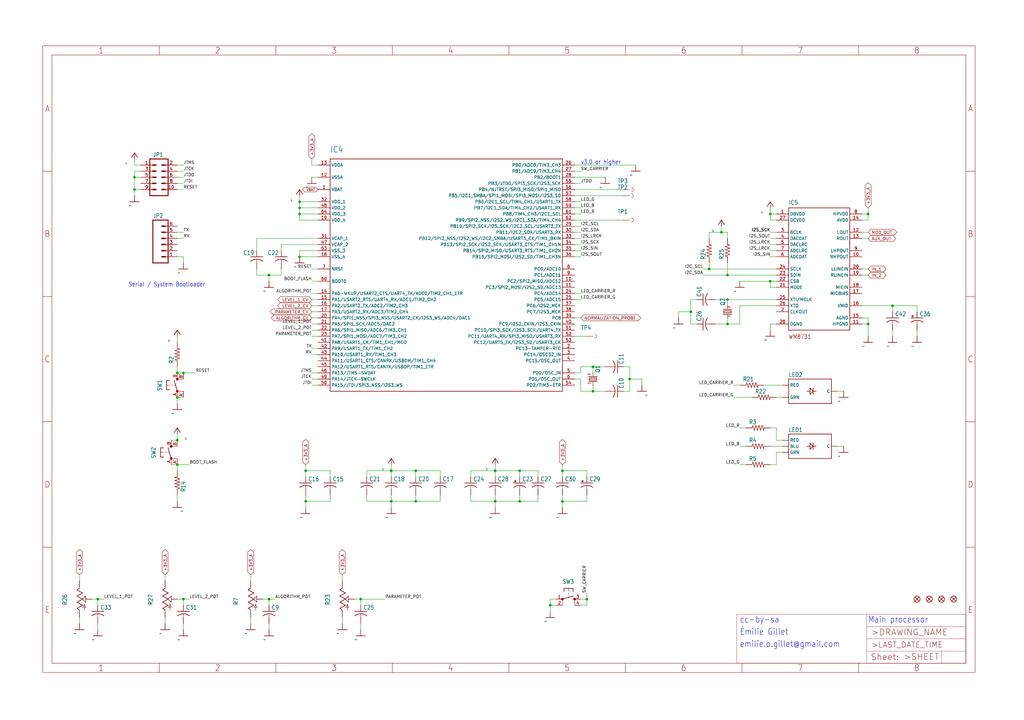
<source format=kicad_sch>
(kicad_sch (version 20211123) (generator eeschema)
  (paper "User" 425.45 299.161)
  (junction (at 360.68 88.9))
  (junction (at 287.02 129.54))
  (junction (at 360.68 134.62))
  (junction (at 243.84 248.92))
  (junction (at 76.2 248.92))
  (junction (at 370.84 127))
  (junction (at 233.68 208.28))
  (junction (at 302.26 124.46))
  (junction (at 302.26 134.62))
  (junction (at 162.56 208.28))
  (junction (at 215.9 208.28))
  (junction (at 320.04 116.84))
  (junction (at 205.74 195.58))
  (junction (at 233.68 195.58))
  (junction (at 124.46 106.68))
  (junction (at 162.56 195.58))
  (junction (at 73.66 154.94))
  (junction (at 149.86 248.92))
  (junction (at 124.46 83.82))
  (junction (at 111.76 248.92))
  (junction (at 246.38 162.56))
  (junction (at 261.62 157.48))
  (junction (at 205.74 208.28))
  (junction (at 172.72 195.58))
  (junction (at 215.9 195.58))
  (junction (at 73.66 165.1))
  (junction (at 111.76 114.3))
  (junction (at 124.46 88.9))
  (junction (at 124.46 86.36))
  (junction (at 73.66 182.88))
  (junction (at 299.72 96.52))
  (junction (at 55.88 78.74))
  (junction (at 294.64 111.76))
  (junction (at 127 195.58))
  (junction (at 55.88 73.66))
  (junction (at 40.64 248.92))
  (junction (at 73.66 193.04))
  (junction (at 76.2 154.94))
  (junction (at 172.72 208.28))
  (junction (at 127 208.28))
  (junction (at 320.04 88.9))
  (junction (at 246.38 152.4))
  (junction (at 228.6 251.46))
  (junction (at 302.26 114.3))
  (wire (pts (xy 73.66 165.1) (xy 73.66 167.64)))
  (wire (pts (xy 238.76 104.14) (xy 241.3 104.14)))
  (wire (pts (xy 299.72 96.52) (xy 299.72 93.98)))
  (wire (pts (xy 195.58 208.28) (xy 205.74 208.28)))
  (wire (pts (xy 238.76 139.7) (xy 243.84 139.7)))
  (wire (pts (xy 360.68 132.08) (xy 360.68 134.62)))
  (wire (pts (xy 58.42 68.58) (xy 55.88 68.58)))
  (wire (pts (xy 320.04 99.06) (xy 322.58 99.06)))
  (wire (pts (xy 76.2 259.08) (xy 76.2 261.62)))
  (wire (pts (xy 127 195.58) (xy 137.16 195.58)))
  (wire (pts (xy 241.3 157.48) (xy 238.76 157.48)))
  (wire (pts (xy 182.88 195.58) (xy 182.88 198.12)))
  (wire (pts (xy 137.16 195.58) (xy 137.16 198.12)))
  (wire (pts (xy 292.1 111.76) (xy 294.64 111.76)))
  (wire (pts (xy 162.56 198.12) (xy 162.56 195.58)))
  (wire (pts (xy 132.08 106.68) (xy 124.46 106.68)))
  (wire (pts (xy 124.46 88.9) (xy 124.46 91.44)))
  (wire (pts (xy 238.76 106.68) (xy 241.3 106.68)))
  (wire (pts (xy 360.68 91.44) (xy 360.68 88.9)))
  (wire (pts (xy 205.74 208.28) (xy 215.9 208.28)))
  (wire (pts (xy 243.84 208.28) (xy 243.84 205.74)))
  (wire (pts (xy 381 137.16) (xy 381 139.7)))
  (wire (pts (xy 370.84 127) (xy 370.84 129.54)))
  (wire (pts (xy 73.66 76.2) (xy 76.2 76.2)))
  (wire (pts (xy 358.14 114.3) (xy 360.68 114.3)))
  (wire (pts (xy 132.08 116.84) (xy 129.54 116.84)))
  (wire (pts (xy 233.68 195.58) (xy 233.68 193.04)))
  (wire (pts (xy 116.84 101.6) (xy 132.08 101.6)))
  (wire (pts (xy 358.14 88.9) (xy 360.68 88.9)))
  (wire (pts (xy 261.62 157.48) (xy 266.7 157.48)))
  (wire (pts (xy 320.04 91.44) (xy 320.04 88.9)))
  (wire (pts (xy 370.84 127) (xy 381 127)))
  (wire (pts (xy 172.72 195.58) (xy 172.72 198.12)))
  (wire (pts (xy 215.9 208.28) (xy 215.9 205.74)))
  (wire (pts (xy 73.66 139.7) (xy 73.66 142.24)))
  (wire (pts (xy 322.58 165.1) (xy 325.12 165.1)))
  (wire (pts (xy 71.12 193.04) (xy 73.66 193.04)))
  (wire (pts (xy 287.02 129.54) (xy 281.94 129.54)))
  (wire (pts (xy 238.76 71.12) (xy 241.3 71.12)))
  (wire (pts (xy 241.3 251.46) (xy 243.84 251.46)))
  (wire (pts (xy 233.68 195.58) (xy 243.84 195.58)))
  (wire (pts (xy 238.76 99.06) (xy 241.3 99.06)))
  (wire (pts (xy 55.88 68.58) (xy 55.88 66.04)))
  (wire (pts (xy 106.68 114.3) (xy 111.76 114.3)))
  (wire (pts (xy 132.08 73.66) (xy 129.54 73.66)))
  (wire (pts (xy 325.12 185.42) (xy 320.04 185.42)))
  (wire (pts (xy 124.46 86.36) (xy 124.46 88.9)))
  (wire (pts (xy 238.76 86.36) (xy 241.3 86.36)))
  (wire (pts (xy 266.7 157.48) (xy 266.7 160.02)))
  (wire (pts (xy 73.66 195.58) (xy 73.66 193.04)))
  (wire (pts (xy 309.88 185.42) (xy 307.34 185.42)))
  (wire (pts (xy 320.04 88.9) (xy 320.04 86.36)))
  (wire (pts (xy 287.02 124.46) (xy 287.02 129.54)))
  (wire (pts (xy 111.76 116.84) (xy 111.76 114.3)))
  (wire (pts (xy 124.46 88.9) (xy 132.08 88.9)))
  (wire (pts (xy 223.52 195.58) (xy 223.52 198.12)))
  (wire (pts (xy 238.76 73.66) (xy 251.46 73.66)))
  (wire (pts (xy 162.56 208.28) (xy 172.72 208.28)))
  (wire (pts (xy 73.66 96.52) (xy 76.2 96.52)))
  (wire (pts (xy 238.76 81.28) (xy 259.08 81.28)))
  (wire (pts (xy 124.46 91.44) (xy 132.08 91.44)))
  (wire (pts (xy 215.9 195.58) (xy 223.52 195.58)))
  (wire (pts (xy 111.76 251.46) (xy 111.76 248.92)))
  (wire (pts (xy 287.02 134.62) (xy 289.56 134.62)))
  (wire (pts (xy 132.08 111.76) (xy 129.54 111.76)))
  (wire (pts (xy 287.02 129.54) (xy 287.02 134.62)))
  (wire (pts (xy 307.34 127) (xy 322.58 127)))
  (wire (pts (xy 205.74 195.58) (xy 205.74 198.12)))
  (wire (pts (xy 228.6 248.92) (xy 228.6 251.46)))
  (wire (pts (xy 320.04 104.14) (xy 322.58 104.14)))
  (wire (pts (xy 73.66 71.12) (xy 76.2 71.12)))
  (wire (pts (xy 302.26 109.22) (xy 302.26 114.3)))
  (wire (pts (xy 307.34 134.62) (xy 307.34 127)))
  (wire (pts (xy 322.58 187.96) (xy 322.58 193.04)))
  (wire (pts (xy 132.08 104.14) (xy 124.46 104.14)))
  (wire (pts (xy 322.58 134.62) (xy 320.04 134.62)))
  (wire (pts (xy 261.62 152.4) (xy 261.62 157.48)))
  (wire (pts (xy 302.26 124.46) (xy 302.26 127)))
  (wire (pts (xy 307.34 160.02) (xy 304.8 160.02)))
  (wire (pts (xy 195.58 198.12) (xy 195.58 195.58)))
  (wire (pts (xy 40.64 259.08) (xy 40.64 261.62)))
  (wire (pts (xy 281.94 129.54) (xy 281.94 132.08)))
  (wire (pts (xy 162.56 205.74) (xy 162.56 208.28)))
  (wire (pts (xy 73.66 193.04) (xy 78.74 193.04)))
  (wire (pts (xy 261.62 157.48) (xy 261.62 162.56)))
  (wire (pts (xy 294.64 99.06) (xy 294.64 96.52)))
  (wire (pts (xy 238.76 101.6) (xy 241.3 101.6)))
  (wire (pts (xy 294.64 111.76) (xy 322.58 111.76)))
  (wire (pts (xy 76.2 106.68) (xy 76.2 109.22)))
  (wire (pts (xy 152.4 198.12) (xy 152.4 195.58)))
  (wire (pts (xy 132.08 83.82) (xy 124.46 83.82)))
  (wire (pts (xy 195.58 195.58) (xy 205.74 195.58)))
  (wire (pts (xy 299.72 96.52) (xy 294.64 96.52)))
  (wire (pts (xy 33.02 256.54) (xy 33.02 259.08)))
  (wire (pts (xy 320.04 119.38) (xy 322.58 119.38)))
  (wire (pts (xy 40.64 248.92) (xy 43.18 248.92)))
  (wire (pts (xy 162.56 210.82) (xy 162.56 208.28)))
  (wire (pts (xy 317.5 160.02) (xy 325.12 160.02)))
  (wire (pts (xy 55.88 71.12) (xy 55.88 73.66)))
  (wire (pts (xy 241.3 162.56) (xy 241.3 157.48)))
  (wire (pts (xy 73.66 106.68) (xy 76.2 106.68)))
  (wire (pts (xy 215.9 195.58) (xy 215.9 198.12)))
  (wire (pts (xy 302.26 96.52) (xy 299.72 96.52)))
  (wire (pts (xy 71.12 182.88) (xy 73.66 182.88)))
  (wire (pts (xy 320.04 116.84) (xy 320.04 119.38)))
  (wire (pts (xy 312.42 165.1) (xy 304.8 165.1)))
  (wire (pts (xy 347.98 162.56) (xy 350.52 162.56)))
  (wire (pts (xy 309.88 177.8) (xy 307.34 177.8)))
  (wire (pts (xy 238.76 96.52) (xy 241.3 96.52)))
  (wire (pts (xy 322.58 193.04) (xy 320.04 193.04)))
  (wire (pts (xy 33.02 241.3) (xy 33.02 238.76)))
  (wire (pts (xy 182.88 208.28) (xy 182.88 205.74)))
  (wire (pts (xy 127 208.28) (xy 127 210.82)))
  (wire (pts (xy 238.76 124.46) (xy 241.3 124.46)))
  (wire (pts (xy 106.68 111.76) (xy 106.68 114.3)))
  (wire (pts (xy 142.24 256.54) (xy 142.24 259.08)))
  (wire (pts (xy 109.22 248.92) (xy 111.76 248.92)))
  (wire (pts (xy 124.46 83.82) (xy 124.46 81.28)))
  (wire (pts (xy 215.9 208.28) (xy 223.52 208.28)))
  (wire (pts (xy 358.14 99.06) (xy 360.68 99.06)))
  (wire (pts (xy 325.12 182.88) (xy 322.58 182.88)))
  (wire (pts (xy 243.84 248.92) (xy 243.84 246.38)))
  (wire (pts (xy 132.08 144.78) (xy 129.54 144.78)))
  (wire (pts (xy 358.14 127) (xy 370.84 127)))
  (wire (pts (xy 116.84 104.14) (xy 116.84 101.6)))
  (wire (pts (xy 302.26 134.62) (xy 307.34 134.62)))
  (wire (pts (xy 68.58 256.54) (xy 68.58 259.08)))
  (wire (pts (xy 228.6 251.46) (xy 228.6 254)))
  (wire (pts (xy 302.26 114.3) (xy 292.1 114.3)))
  (wire (pts (xy 76.2 154.94) (xy 81.28 154.94)))
  (wire (pts (xy 233.68 208.28) (xy 233.68 210.82)))
  (wire (pts (xy 172.72 208.28) (xy 182.88 208.28)))
  (wire (pts (xy 129.54 68.58) (xy 129.54 66.04)))
  (wire (pts (xy 322.58 91.44) (xy 320.04 91.44)))
  (wire (pts (xy 302.26 124.46) (xy 322.58 124.46)))
  (wire (pts (xy 129.54 129.54) (xy 132.08 129.54)))
  (wire (pts (xy 129.54 127) (xy 132.08 127)))
  (wire (pts (xy 124.46 86.36) (xy 132.08 86.36)))
  (wire (pts (xy 205.74 193.04) (xy 205.74 195.58)))
  (wire (pts (xy 238.76 91.44) (xy 259.08 91.44)))
  (wire (pts (xy 358.14 132.08) (xy 360.68 132.08)))
  (wire (pts (xy 195.58 205.74) (xy 195.58 208.28)))
  (wire (pts (xy 149.86 251.46) (xy 149.86 248.92)))
  (wire (pts (xy 132.08 147.32) (xy 129.54 147.32)))
  (wire (pts (xy 129.54 134.62) (xy 132.08 134.62)))
  (wire (pts (xy 111.76 114.3) (xy 116.84 114.3)))
  (wire (pts (xy 322.58 116.84) (xy 320.04 116.84)))
  (wire (pts (xy 127 205.74) (xy 127 208.28)))
  (wire (pts (xy 370.84 137.16) (xy 370.84 139.7)))
  (wire (pts (xy 347.98 185.42) (xy 350.52 185.42)))
  (wire (pts (xy 132.08 157.48) (xy 129.54 157.48)))
  (wire (pts (xy 238.76 121.92) (xy 241.3 121.92)))
  (wire (pts (xy 55.88 78.74) (xy 55.88 81.28)))
  (wire (pts (xy 241.3 154.94) (xy 241.3 152.4)))
  (wire (pts (xy 233.68 205.74) (xy 233.68 208.28)))
  (wire (pts (xy 149.86 248.92) (xy 160.02 248.92)))
  (wire (pts (xy 322.58 177.8) (xy 320.04 177.8)))
  (wire (pts (xy 294.64 109.22) (xy 294.64 111.76)))
  (wire (pts (xy 320.04 106.68) (xy 322.58 106.68)))
  (wire (pts (xy 162.56 195.58) (xy 162.56 193.04)))
  (wire (pts (xy 132.08 154.94) (xy 129.54 154.94)))
  (wire (pts (xy 205.74 208.28) (xy 205.74 210.82)))
  (wire (pts (xy 73.66 205.74) (xy 73.66 208.28)))
  (wire (pts (xy 116.84 111.76) (xy 116.84 114.3)))
  (wire (pts (xy 73.66 180.34) (xy 73.66 182.88)))
  (wire (pts (xy 246.38 162.56) (xy 246.38 160.02)))
  (wire (pts (xy 111.76 259.08) (xy 111.76 261.62)))
  (wire (pts (xy 172.72 195.58) (xy 182.88 195.58)))
  (wire (pts (xy 73.66 99.06) (xy 76.2 99.06)))
  (wire (pts (xy 129.54 132.08) (xy 132.08 132.08)))
  (wire (pts (xy 231.14 251.46) (xy 228.6 251.46)))
  (wire (pts (xy 246.38 162.56) (xy 241.3 162.56)))
  (wire (pts (xy 147.32 248.92) (xy 149.86 248.92)))
  (wire (pts (xy 73.66 248.92) (xy 76.2 248.92)))
  (wire (pts (xy 162.56 195.58) (xy 172.72 195.58)))
  (wire (pts (xy 238.76 83.82) (xy 241.3 83.82)))
  (wire (pts (xy 106.68 104.14) (xy 106.68 99.06)))
  (wire (pts (xy 58.42 73.66) (xy 55.88 73.66)))
  (wire (pts (xy 322.58 114.3) (xy 302.26 114.3)))
  (wire (pts (xy 152.4 208.28) (xy 162.56 208.28)))
  (wire (pts (xy 241.3 152.4) (xy 246.38 152.4)))
  (wire (pts (xy 104.14 241.3) (xy 104.14 238.76)))
  (wire (pts (xy 58.42 78.74) (xy 55.88 78.74)))
  (wire (pts (xy 137.16 208.28) (xy 137.16 205.74)))
  (wire (pts (xy 127 195.58) (xy 127 198.12)))
  (wire (pts (xy 132.08 160.02) (xy 129.54 160.02)))
  (wire (pts (xy 358.14 111.76) (xy 360.68 111.76)))
  (wire (pts (xy 233.68 208.28) (xy 243.84 208.28)))
  (wire (pts (xy 124.46 104.14) (xy 124.46 106.68)))
  (wire (pts (xy 251.46 162.56) (xy 246.38 162.56)))
  (wire (pts (xy 297.18 124.46) (xy 302.26 124.46)))
  (wire (pts (xy 289.56 124.46) (xy 287.02 124.46)))
  (wire (pts (xy 358.14 91.44) (xy 360.68 91.44)))
  (wire (pts (xy 259.08 152.4) (xy 261.62 152.4)))
  (wire (pts (xy 58.42 71.12) (xy 55.88 71.12)))
  (wire (pts (xy 40.64 251.46) (xy 40.64 248.92)))
  (wire (pts (xy 322.58 88.9) (xy 320.04 88.9)))
  (wire (pts (xy 55.88 73.66) (xy 55.88 78.74)))
  (wire (pts (xy 38.1 248.92) (xy 40.64 248.92)))
  (wire (pts (xy 360.68 88.9) (xy 360.68 86.36)))
  (wire (pts (xy 320.04 134.62) (xy 320.04 137.16)))
  (wire (pts (xy 325.12 187.96) (xy 322.58 187.96)))
  (wire (pts (xy 231.14 248.92) (xy 228.6 248.92)))
  (wire (pts (xy 302.26 99.06) (xy 302.26 96.52)))
  (wire (pts (xy 223.52 208.28) (xy 223.52 205.74)))
  (wire (pts (xy 261.62 162.56) (xy 259.08 162.56)))
  (wire (pts (xy 243.84 195.58) (xy 243.84 198.12)))
  (wire (pts (xy 238.76 132.08) (xy 241.3 132.08)))
  (wire (pts (xy 322.58 96.52) (xy 320.04 96.52)))
  (wire (pts (xy 111.76 248.92) (xy 114.3 248.92)))
  (wire (pts (xy 251.46 152.4) (xy 246.38 152.4)))
  (wire (pts (xy 238.76 76.2) (xy 241.3 76.2)))
  (wire (pts (xy 149.86 259.08) (xy 149.86 261.62)))
  (wire (pts (xy 205.74 205.74) (xy 205.74 208.28)))
  (wire (pts (xy 238.76 154.94) (xy 241.3 154.94)))
  (wire (pts (xy 76.2 251.46) (xy 76.2 248.92)))
  (wire (pts (xy 205.74 195.58) (xy 215.9 195.58)))
  (wire (pts (xy 73.66 78.74) (xy 76.2 78.74)))
  (wire (pts (xy 104.14 256.54) (xy 104.14 259.08)))
  (wire (pts (xy 320.04 101.6) (xy 322.58 101.6)))
  (wire (pts (xy 152.4 195.58) (xy 162.56 195.58)))
  (wire (pts (xy 297.18 134.62) (xy 302.26 134.62)))
  (wire (pts (xy 129.54 121.92) (xy 132.08 121.92)))
  (wire (pts (xy 73.66 68.58) (xy 76.2 68.58)))
  (wire (pts (xy 302.26 134.62) (xy 302.26 132.08)))
  (wire (pts (xy 127 193.04) (xy 127 195.58)))
  (wire (pts (xy 238.76 88.9) (xy 241.3 88.9)))
  (wire (pts (xy 246.38 152.4) (xy 246.38 154.94)))
  (wire (pts (xy 309.88 193.04) (xy 307.34 193.04)))
  (wire (pts (xy 73.66 154.94) (xy 76.2 154.94)))
  (wire (pts (xy 243.84 251.46) (xy 243.84 248.92)))
  (wire (pts (xy 68.58 241.3) (xy 68.58 238.76)))
  (wire (pts (xy 320.04 116.84) (xy 307.34 116.84)))
  (wire (pts (xy 132.08 124.46) (xy 129.54 124.46)))
  (wire (pts (xy 132.08 139.7) (xy 129.54 139.7)))
  (wire (pts (xy 73.66 165.1) (xy 76.2 165.1)))
  (wire (pts (xy 358.14 134.62) (xy 360.68 134.62)))
  (wire (pts (xy 360.68 134.62) (xy 360.68 139.7)))
  (wire (pts (xy 233.68 198.12) (xy 233.68 195.58)))
  (wire (pts (xy 238.76 93.98) (xy 241.3 93.98)))
  (wire (pts (xy 322.58 182.88) (xy 322.58 177.8)))
  (wire (pts (xy 129.54 137.16) (xy 132.08 137.16)))
  (wire (pts (xy 132.08 68.58) (xy 129.54 68.58)))
  (wire (pts (xy 73.66 73.66) (xy 76.2 73.66)))
  (wire (pts (xy 241.3 248.92) (xy 243.84 248.92)))
  (wire (pts (xy 172.72 208.28) (xy 172.72 205.74)))
  (wire (pts (xy 142.24 241.3) (xy 142.24 238.76)))
  (wire (pts (xy 124.46 83.82) (xy 124.46 86.36)))
  (wire (pts (xy 73.66 152.4) (xy 73.66 154.94)))
  (wire (pts (xy 76.2 248.92) (xy 78.74 248.92)))
  (wire (pts (xy 381 127) (xy 381 129.54)))
  (wire (pts (xy 106.68 99.06) (xy 132.08 99.06)))
  (wire (pts (xy 127 208.28) (xy 137.16 208.28)))
  (wire (pts (xy 152.4 205.74) (xy 152.4 208.28)))
  (wire (pts (xy 238.76 68.58) (xy 264.16 68.58)))
  (wire (pts (xy 238.76 78.74) (xy 259.08 78.74)))
  (wire (pts (xy 358.14 96.52) (xy 360.68 96.52)))
  (text "v3.0 or higher" (at 241.3 68.58 180) (effects (font (size 1.778 1.5113)) (justify left bottom)))
  (text "Serial / System Bootloader" (at 53.34 119.38 180) (effects (font (size 1.778 1.5113)) (justify left bottom)))
  (text "Main processor" (at 360.68 259.08 180) (effects (font (size 2.54 2.159)) (justify left bottom)))
  (text "Émilie Gillet" (at 307.34 264.16 180) (effects (font (size 2.54 2.159)) (justify left bottom)))
  (text "emilie.o.gillet@gmail.com" (at 307.34 269.24 180) (effects (font (size 2.54 2.159)) (justify left bottom)))
  (text "cc-by-sa" (at 307.34 259.08 180) (effects (font (size 2.54 2.159)) (justify left bottom)))
  (label "I2C_SDA" (at 292.1 114.3 180) (effects (font (size 1.2446 1.2446))))
  (label "SW_CARRIER" (at 241.3 71.12 0) (effects (font (size 1.2446 1.2446))))
  (label "LED_CARRIER_G" (at 304.8 165.1 180) (effects (font (size 1.2446 1.2446))))
  (label "RX" (at 129.54 147.32 180) (effects (font (size 1.2446 1.2446))))
  (label "JTMS" (at 76.2 68.58 0) (effects (font (size 1.2446 1.2446))))
  (label "LEVEL_1_POT" (at 43.18 248.92 0) (effects (font (size 1.2446 1.2446))))
  (label "LEVEL_2_POT" (at 78.74 248.92 0) (effects (font (size 1.2446 1.2446))))
  (label "JTDO" (at 76.2 73.66 0) (effects (font (size 1.2446 1.2446))))
  (label "LED_CARRIER_R" (at 241.3 121.92 0) (effects (font (size 1.2446 1.2446))))
  (label "LED_R" (at 307.34 177.8 180) (effects (font (size 1.2446 1.2446))))
  (label "LED_B" (at 307.34 185.42 180) (effects (font (size 1.2446 1.2446))))
  (label "LEVEL_2_POT" (at 129.54 137.16 180) (effects (font (size 1.2446 1.2446))))
  (label "ALGORITHM_POT" (at 129.54 121.92 180) (effects (font (size 1.2446 1.2446))))
  (label "I2S_SIN" (at 241.3 104.14 0) (effects (font (size 1.2446 1.2446))))
  (label "I2S_LRCK" (at 320.04 101.6 180) (effects (font (size 1.2446 1.2446))))
  (label "I2S_LRCK" (at 241.3 99.06 0) (effects (font (size 1.2446 1.2446))))
  (label "JTDI" (at 76.2 76.2 0) (effects (font (size 1.2446 1.2446))))
  (label "I2C_SCL" (at 292.1 111.76 180) (effects (font (size 1.2446 1.2446))))
  (label "PARAMETER_POT" (at 129.54 139.7 180) (effects (font (size 1.2446 1.2446))))
  (label "RESET" (at 76.2 78.74 0) (effects (font (size 1.2446 1.2446))))
  (label "RX" (at 76.2 99.06 0) (effects (font (size 1.2446 1.2446))))
  (label "LED_G" (at 241.3 83.82 0) (effects (font (size 1.2446 1.2446))))
  (label "LED_CARRIER_R" (at 304.8 160.02 180) (effects (font (size 1.2446 1.2446))))
  (label "I2S_SCK" (at 241.3 101.6 0) (effects (font (size 1.2446 1.2446))))
  (label "JTMS" (at 129.54 154.94 180) (effects (font (size 1.2446 1.2446))))
  (label "SW_CARRIER" (at 243.84 246.38 90) (effects (font (size 1.2446 1.2446))))
  (label "I2S_SOUT" (at 320.04 99.06 180) (effects (font (size 1.2446 1.2446))))
  (label "JTCK" (at 129.54 157.48 180) (effects (font (size 1.2446 1.2446))))
  (label "I2S_SCK" (at 320.04 96.52 180) (effects (font (size 1.2446 1.2446))))
  (label "I2S_SIN" (at 320.04 106.68 180) (effects (font (size 1.2446 1.2446))))
  (label "TX" (at 129.54 144.78 180) (effects (font (size 1.2446 1.2446))))
  (label "I2S_SCK" (at 320.04 96.52 180) (effects (font (size 1.2446 1.2446))))
  (label "I2S_SOUT" (at 241.3 106.68 0) (effects (font (size 1.2446 1.2446))))
  (label "JTDO" (at 241.3 76.2 0) (effects (font (size 1.2446 1.2446))))
  (label "PARAMETER_POT" (at 160.02 248.92 0) (effects (font (size 1.2446 1.2446))))
  (label "BOOT_FLASH" (at 78.74 193.04 0) (effects (font (size 1.2446 1.2446))))
  (label "JTDI" (at 129.54 160.02 180) (effects (font (size 1.2446 1.2446))))
  (label "BOOT_FLASH" (at 129.54 116.84 180) (effects (font (size 1.2446 1.2446))))
  (label "JTCK" (at 76.2 71.12 0) (effects (font (size 1.2446 1.2446))))
  (label "I2C_SDA" (at 241.3 96.52 0) (effects (font (size 1.2446 1.2446))))
  (label "LED_B" (at 241.3 86.36 0) (effects (font (size 1.2446 1.2446))))
  (label "ALGORITHM_POT" (at 114.3 248.92 0) (effects (font (size 1.2446 1.2446))))
  (label "RESET" (at 81.28 154.94 0) (effects (font (size 1.2446 1.2446))))
  (label "LED_G" (at 307.34 193.04 180) (effects (font (size 1.2446 1.2446))))
  (label "LEVEL_1_POT" (at 129.54 134.62 180) (effects (font (size 1.2446 1.2446))))
  (label "LED_R" (at 241.3 88.9 0) (effects (font (size 1.2446 1.2446))))
  (label "LED_CARRIER_G" (at 241.3 124.46 0) (effects (font (size 1.2446 1.2446))))
  (label "I2C_SCL" (at 241.3 93.98 0) (effects (font (size 1.2446 1.2446))))
  (label "I2S_LRCK" (at 320.04 104.14 180) (effects (font (size 1.2446 1.2446))))
  (label "TX" (at 76.2 96.52 0) (effects (font (size 1.2446 1.2446))))
  (label "RESET" (at 129.54 111.76 180) (effects (font (size 1.2446 1.2446))))
  (global_label "LEVEL_2_CV" (shape bidirectional) (at 129.54 127 180) (effects (font (size 1.2446 1.2446))) (property "Intersheet References" "${INTERSHEET_REFS}" (effects hide)))
  (global_label "NORMALIZATION_PROBE" (shape bidirectional) (at 241.3 132.08 0) (effects (font (size 1.2446 1.2446))) (property "Intersheet References" "${INTERSHEET_REFS}" (effects hide)))
  (global_label "IN_1" (shape bidirectional) (at 360.68 111.76 0) (effects (font (size 1.2446 1.2446))) (property "Intersheet References" "${INTERSHEET_REFS}" (effects hide)))
  (global_label "+3V3_A" (shape bidirectional) (at 68.58 238.76 90) (effects (font (size 1.2446 1.2446))) (property "Intersheet References" "${INTERSHEET_REFS}" (effects hide)))
  (global_label "+3V3_A" (shape bidirectional) (at 360.68 86.36 90) (effects (font (size 1.2446 1.2446))) (property "Intersheet References" "${INTERSHEET_REFS}" (effects hide)))
  (global_label "MOD_OUT" (shape bidirectional) (at 360.68 96.52 0) (effects (font (size 1.2446 1.2446))) (property "Intersheet References" "${INTERSHEET_REFS}" (effects hide)))
  (global_label "+3V3_A" (shape bidirectional) (at 104.14 238.76 90) (effects (font (size 1.2446 1.2446))) (property "Intersheet References" "${INTERSHEET_REFS}" (effects hide)))
  (global_label "ALGORITHM_CV" (shape bidirectional) (at 129.54 132.08 180) (effects (font (size 1.2446 1.2446))) (property "Intersheet References" "${INTERSHEET_REFS}" (effects hide)))
  (global_label "+3V3_A" (shape bidirectional) (at 129.54 66.04 90) (effects (font (size 1.2446 1.2446))) (property "Intersheet References" "${INTERSHEET_REFS}" (effects hide)))
  (global_label "LEVEL_1_CV" (shape bidirectional) (at 129.54 124.46 180) (effects (font (size 1.2446 1.2446))) (property "Intersheet References" "${INTERSHEET_REFS}" (effects hide)))
  (global_label "+3V3_A" (shape bidirectional) (at 127 193.04 90) (effects (font (size 1.2446 1.2446))) (property "Intersheet References" "${INTERSHEET_REFS}" (effects hide)))
  (global_label "+3V3_A" (shape bidirectional) (at 142.24 238.76 90) (effects (font (size 1.2446 1.2446))) (property "Intersheet References" "${INTERSHEET_REFS}" (effects hide)))
  (global_label "AUX_OUT" (shape bidirectional) (at 360.68 99.06 0) (effects (font (size 1.2446 1.2446))) (property "Intersheet References" "${INTERSHEET_REFS}" (effects hide)))
  (global_label "+3V3_A" (shape bidirectional) (at 33.02 238.76 90) (effects (font (size 1.2446 1.2446))) (property "Intersheet References" "${INTERSHEET_REFS}" (effects hide)))
  (global_label "IN_2" (shape bidirectional) (at 360.68 114.3 0) (effects (font (size 1.2446 1.2446))) (property "Intersheet References" "${INTERSHEET_REFS}" (effects hide)))
  (global_label "PARAMETER_CV" (shape bidirectional) (at 129.54 129.54 180) (effects (font (size 1.2446 1.2446))) (property "Intersheet References" "${INTERSHEET_REFS}" (effects hide)))
  (global_label "+3V3_A" (shape bidirectional) (at 233.68 193.04 90) (effects (font (size 1.2446 1.2446))) (property "Intersheet References" "${INTERSHEET_REFS}" (effects hide)))
  (global_label "VBAT" (shape bidirectional) (at 132.08 78.74 180) (effects (font (size 1.016 1.016))) (property "Intersheet References" "${INTERSHEET_REFS}" (effects hide)))
  (symbol (lib_id "warps_v30-eagle-import:GND") (at 149.86 264.16 0) (unit 1)
    (property "Reference" "#GND51" (effects hide))
  )
  (symbol (lib_id "warps_v30-eagle-import:+3V3") (at 320.04 83.82 0) (unit 1)
    (property "Reference" "#+3V2" (effects hide))
  )
  (symbol (lib_id "warps_v30-eagle-import:R-US_R0603") (at 314.96 193.04 0) (unit 1)
    (property "Reference" "R5" (at 311.15 191.5414 0) (effects (font (size 1.778 1.5113)) (justify left bottom)))
  )
  (symbol (lib_id "warps_v30-eagle-import:A3L-LOC") (at 17.78 279.4 0) (unit 1)
    (property "Reference" "#FRAME3" (effects hide))
  )
  (symbol (lib_id "warps_v30-eagle-import:C-USC0603") (at 152.4 200.66 0) (unit 1)
    (property "Reference" "C21" (at 153.416 200.025 0) (effects (font (size 1.778 1.5113)) (justify left bottom)))
  )
  (symbol (lib_id "warps_v30-eagle-import:GND") (at 104.14 261.62 0) (unit 1)
    (property "Reference" "#GND88" (effects hide))
  )
  (symbol (lib_id "warps_v30-eagle-import:C-USC0603") (at 172.72 200.66 0) (unit 1)
    (property "Reference" "C20" (at 173.736 200.025 0) (effects (font (size 1.778 1.5113)) (justify left bottom)))
  )
  (symbol (lib_id "warps_v30-eagle-import:C-USC0603") (at 76.2 254 0) (unit 1)
    (property "Reference" "C31" (at 77.216 253.365 0) (effects (font (size 1.778 1.5113)) (justify left bottom)))
  )
  (symbol (lib_id "warps_v30-eagle-import:+3V3") (at 205.74 190.5 0) (unit 1)
    (property "Reference" "#+3V5" (effects hide))
  )
  (symbol (lib_id "warps_v30-eagle-import:C-USC0603") (at 370.84 132.08 0) (unit 1)
    (property "Reference" "C42" (at 371.856 131.445 0) (effects (font (size 1.778 1.5113)) (justify left bottom)))
  )
  (symbol (lib_id "warps_v30-eagle-import:EVQQ2") (at 71.12 187.96 0) (unit 1)
    (property "Reference" "SW2" (at 64.77 190.5 90) (effects (font (size 1.778 1.5113)) (justify left bottom)))
  )
  (symbol (lib_id "warps_v30-eagle-import:GND") (at 350.52 165.1 0) (unit 1)
    (property "Reference" "#GND14" (effects hide))
  )
  (symbol (lib_id "warps_v30-eagle-import:GND") (at 370.84 142.24 0) (unit 1)
    (property "Reference" "#GND20" (effects hide))
  )
  (symbol (lib_id "warps_v30-eagle-import:GND") (at 127 213.36 0) (unit 1)
    (property "Reference" "#GND65" (effects hide))
  )
  (symbol (lib_id "warps_v30-eagle-import:GND") (at 111.76 264.16 0) (unit 1)
    (property "Reference" "#GND50" (effects hide))
  )
  (symbol (lib_id "warps_v30-eagle-import:POT_USVERTICAL_PS") (at 142.24 248.92 0) (unit 1)
    (property "Reference" "R23" (at 137.16 251.46 90) (effects (font (size 1.778 1.5113)) (justify left bottom)))
  )
  (symbol (lib_id "warps_v30-eagle-import:GND") (at 266.7 162.56 0) (mirror y) (unit 1)
    (property "Reference" "#GND56" (effects hide))
  )
  (symbol (lib_id "warps_v30-eagle-import:POT_USVERTICAL") (at 33.02 248.92 0) (unit 1)
    (property "Reference" "R26" (at 27.94 251.46 90) (effects (font (size 1.778 1.5113)) (justify left bottom)))
  )
  (symbol (lib_id "warps_v30-eagle-import:POT_USVERTICAL_PS") (at 104.14 248.92 0) (unit 1)
    (property "Reference" "R7" (at 99.06 251.46 90) (effects (font (size 1.778 1.5113)) (justify left bottom)))
  )
  (symbol (lib_id "warps_v30-eagle-import:C-USC0603") (at 256.54 162.56 270) (mirror x) (unit 1)
    (property "Reference" "C10" (at 257.175 161.544 0) (effects (font (size 1.778 1.5113)) (justify left bottom)))
  )
  (symbol (lib_id "warps_v30-eagle-import:GND") (at 233.68 213.36 0) (unit 1)
    (property "Reference" "#GND19" (effects hide))
  )
  (symbol (lib_id "warps_v30-eagle-import:GND") (at 124.46 109.22 0) (unit 1)
    (property "Reference" "#GND40" (effects hide))
  )
  (symbol (lib_id "warps_v30-eagle-import:M06SIP") (at 68.58 101.6 0) (unit 1)
    (property "Reference" "JP2" (at 63.5 90.678 0) (effects (font (size 1.778 1.5113)) (justify left bottom)))
  )
  (symbol (lib_id "warps_v30-eagle-import:GND") (at 33.02 261.62 0) (unit 1)
    (property "Reference" "#GND60" (effects hide))
  )
  (symbol (lib_id "warps_v30-eagle-import:R-US_R0603") (at 302.26 104.14 90) (unit 1)
    (property "Reference" "R25" (at 300.7614 107.95 0) (effects (font (size 1.778 1.5113)) (justify left bottom)))
  )
  (symbol (lib_id "warps_v30-eagle-import:CPOL-USA") (at 243.84 200.66 0) (unit 1)
    (property "Reference" "C29" (at 244.856 200.025 0) (effects (font (size 1.778 1.5113)) (justify left bottom)))
  )
  (symbol (lib_id "warps_v30-eagle-import:GND") (at 320.04 139.7 0) (unit 1)
    (property "Reference" "#GND15" (effects hide))
  )
  (symbol (lib_id "warps_v30-eagle-import:GND") (at 205.74 213.36 0) (unit 1)
    (property "Reference" "#GND18" (effects hide))
  )
  (symbol (lib_id "warps_v30-eagle-import:+3V3") (at 73.66 177.8 0) (mirror y) (unit 1)
    (property "Reference" "#+3V3" (effects hide))
  )
  (symbol (lib_id "warps_v30-eagle-import:+3V3") (at 299.72 91.44 0) (unit 1)
    (property "Reference" "#+3V6" (effects hide))
  )
  (symbol (lib_id "warps_v30-eagle-import:GND") (at 68.58 261.62 0) (unit 1)
    (property "Reference" "#GND3" (effects hide))
  )
  (symbol (lib_id "warps_v30-eagle-import:GND") (at 76.2 264.16 0) (unit 1)
    (property "Reference" "#GND49" (effects hide))
  )
  (symbol (lib_id "warps_v30-eagle-import:R-US_R0603") (at 73.66 147.32 90) (unit 1)
    (property "Reference" "R2" (at 72.1614 151.13 0) (effects (font (size 1.778 1.5113)) (justify left bottom)))
  )
  (symbol (lib_id "warps_v30-eagle-import:C-USC0603") (at 162.56 200.66 0) (unit 1)
    (property "Reference" "C18" (at 163.576 200.025 0) (effects (font (size 1.778 1.5113)) (justify left bottom)))
  )
  (symbol (lib_id "warps_v30-eagle-import:C-USC0603") (at 223.52 200.66 0) (unit 1)
    (property "Reference" "C27" (at 224.536 200.025 0) (effects (font (size 1.778 1.5113)) (justify left bottom)))
  )
  (symbol (lib_id "warps_v30-eagle-import:TAC_SWITCHPTH") (at 236.22 248.92 0) (unit 1)
    (property "Reference" "SW3" (at 233.68 242.57 0) (effects (font (size 1.778 1.5113)) (justify left bottom)))
  )
  (symbol (lib_id "warps_v30-eagle-import:C-USC0603") (at 292.1 124.46 90) (unit 1)
    (property "Reference" "C41" (at 291.465 123.444 0) (effects (font (size 1.778 1.5113)) (justify left bottom)))
  )
  (symbol (lib_id "warps_v30-eagle-import:GND") (at 251.46 76.2 0) (unit 1)
    (property "Reference" "#GND57" (effects hide))
  )
  (symbol (lib_id "warps_v30-eagle-import:FIDUCIAL1X2") (at 381 248.92 0) (unit 1)
    (property "Reference" "F1" (effects hide))
  )
  (symbol (lib_id "warps_v30-eagle-import:WM8731") (at 340.36 111.76 0) (unit 1)
    (property "Reference" "IC5" (at 327.66 85.09 0) (effects (font (size 1.778 1.5113)) (justify left bottom)))
  )
  (symbol (lib_id "warps_v30-eagle-import:+3V3") (at 55.88 63.5 0) (unit 1)
    (property "Reference" "#+3V11" (effects hide))
  )
  (symbol (lib_id "warps_v30-eagle-import:GND") (at 40.64 264.16 0) (unit 1)
    (property "Reference" "#GND42" (effects hide))
  )
  (symbol (lib_id "warps_v30-eagle-import:C-USC0805") (at 106.68 106.68 0) (mirror y) (unit 1)
    (property "Reference" "C19" (at 105.664 106.045 0) (effects (font (size 1.778 1.5113)) (justify left bottom)))
  )
  (symbol (lib_id "warps_v30-eagle-import:CPOL-USA") (at 381 132.08 0) (unit 1)
    (property "Reference" "C36" (at 382.016 131.445 0) (effects (font (size 1.778 1.5113)) (justify left bottom)))
  )
  (symbol (lib_id "warps_v30-eagle-import:TEST-POINT3X5") (at 259.08 91.44 0) (unit 1)
    (property "Reference" "TP1" (at 256.54 88.9 0) (effects (font (size 1.778 1.5113)) (justify left bottom)))
  )
  (symbol (lib_id "warps_v30-eagle-import:GND") (at 381 142.24 0) (unit 1)
    (property "Reference" "#GND21" (effects hide))
  )
  (symbol (lib_id "warps_v30-eagle-import:GND") (at 73.66 170.18 0) (unit 1)
    (property "Reference" "#GND59" (effects hide))
  )
  (symbol (lib_id "warps_v30-eagle-import:GND") (at 76.2 111.76 0) (unit 1)
    (property "Reference" "#GND61" (effects hide))
  )
  (symbol (lib_id "warps_v30-eagle-import:GND") (at 162.56 213.36 0) (unit 1)
    (property "Reference" "#GND5" (effects hide))
  )
  (symbol (lib_id "warps_v30-eagle-import:C-USC0603") (at 111.76 254 0) (unit 1)
    (property "Reference" "C9" (at 112.776 253.365 0) (effects (font (size 1.778 1.5113)) (justify left bottom)))
  )
  (symbol (lib_id "warps_v30-eagle-import:R-US_R0603") (at 314.96 185.42 0) (unit 1)
    (property "Reference" "R4" (at 311.15 183.9214 0) (effects (font (size 1.778 1.5113)) (justify left bottom)))
  )
  (symbol (lib_id "warps_v30-eagle-import:GND") (at 55.88 83.82 0) (unit 1)
    (property "Reference" "#GND67" (effects hide))
  )
  (symbol (lib_id "warps_v30-eagle-import:TEST-POINT3X5") (at 259.08 78.74 0) (unit 1)
    (property "Reference" "TP3" (at 256.54 76.2 0) (effects (font (size 1.778 1.5113)) (justify left bottom)))
  )
  (symbol (lib_id "warps_v30-eagle-import:+3V3") (at 124.46 78.74 0) (unit 1)
    (property "Reference" "#+3V13" (effects hide))
  )
  (symbol (lib_id "warps_v30-eagle-import:R-US_R0603") (at 317.5 165.1 0) (unit 1)
    (property "Reference" "R22" (at 313.69 163.6014 0) (effects (font (size 1.778 1.5113)) (justify left bottom)))
  )
  (symbol (lib_id "warps_v30-eagle-import:R-US_R0603") (at 312.42 160.02 0) (unit 1)
    (property "Reference" "R21" (at 308.61 158.5214 0) (effects (font (size 1.778 1.5113)) (justify left bottom)))
  )
  (symbol (lib_id "warps_v30-eagle-import:M05X2MINIJTAG") (at 66.04 73.66 0) (unit 1)
    (property "Reference" "JP1" (at 63.5 65.278 0) (effects (font (size 1.778 1.5113)) (justify left bottom)))
  )
  (symbol (lib_id "warps_v30-eagle-import:POT_USVERTICAL") (at 68.58 248.92 0) (unit 1)
    (property "Reference" "R27" (at 63.5 251.46 90) (effects (font (size 1.778 1.5113)) (justify left bottom)))
  )
  (symbol (lib_id "warps_v30-eagle-import:GND") (at 129.54 76.2 0) (unit 1)
    (property "Reference" "#GND23" (effects hide))
  )
  (symbol (lib_id "warps_v30-eagle-import:C-USC0603") (at 182.88 200.66 0) (unit 1)
    (property "Reference" "C17" (at 183.896 200.025 0) (effects (font (size 1.778 1.5113)) (justify left bottom)))
  )
  (symbol (lib_id "warps_v30-eagle-import:GND") (at 228.6 256.54 0) (unit 1)
    (property "Reference" "#GND12" (effects hide))
  )
  (symbol (lib_id "warps_v30-eagle-import:LED-BICOLOR-THROUGHHOLE") (at 335.28 162.56 0) (unit 1)
    (property "Reference" "LED2" (at 327.66 156.718 0) (effects (font (size 1.778 1.5113)) (justify left bottom)))
  )
  (symbol (lib_id "warps_v30-eagle-import:GND") (at 142.24 261.62 0) (unit 1)
    (property "Reference" "#GND10" (effects hide))
  )
  (symbol (lib_id "warps_v30-eagle-import:R-US_R0603") (at 294.64 104.14 90) (unit 1)
    (property "Reference" "R24" (at 293.1414 107.95 0) (effects (font (size 1.778 1.5113)) (justify left bottom)))
  )
  (symbol (lib_id "warps_v30-eagle-import:EVQQ2") (at 73.66 160.02 0) (unit 1)
    (property "Reference" "SW1" (at 67.31 162.56 90) (effects (font (size 1.778 1.5113)) (justify left bottom)))
  )
  (symbol (lib_id "warps_v30-eagle-import:GND") (at 307.34 119.38 0) (unit 1)
    (property "Reference" "#GND17" (effects hide))
  )
  (symbol (lib_id "warps_v30-eagle-import:+3V3") (at 162.56 190.5 0) (unit 1)
    (property "Reference" "#+3V8" (effects hide))
  )
  (symbol (lib_id "warps_v30-eagle-import:C-USC0603") (at 40.64 254 0) (unit 1)
    (property "Reference" "C33" (at 41.656 253.365 0) (effects (font (size 1.778 1.5113)) (justify left bottom)))
  )
  (symbol (lib_id "warps_v30-eagle-import:C-USC0603") (at 256.54 152.4 270) (mirror x) (unit 1)
    (property "Reference" "C11" (at 257.175 151.384 0) (effects (font (size 1.778 1.5113)) (justify left bottom)))
  )
  (symbol (lib_id "warps_v30-eagle-import:CRYSTALHC49UP") (at 246.38 157.48 270) (mirror x) (unit 1)
    (property "Reference" "Q1" (at 247.396 154.94 0) (effects (font (size 1.778 1.5113)) (justify left bottom)))
  )
  (symbol (lib_id "warps_v30-eagle-import:C-USC0603") (at 137.16 200.66 0) (unit 1)
    (property "Reference" "C15" (at 138.176 200.025 0) (effects (font (size 1.778 1.5113)) (justify left bottom)))
  )
  (symbol (lib_id "warps_v30-eagle-import:CPOL-USA") (at 215.9 200.66 0) (unit 1)
    (property "Reference" "C23" (at 216.916 200.025 0) (effects (font (size 1.778 1.5113)) (justify left bottom)))
  )
  (symbol (lib_id "warps_v30-eagle-import:FIDUCIAL1X2") (at 386.08 248.92 0) (unit 1)
    (property "Reference" "F4" (effects hide))
  )
  (symbol (lib_id "warps_v30-eagle-import:STM32F20X") (at 185.42 114.3 0) (unit 1)
    (property "Reference" "IC4" (at 137.16 63.5 0) (effects (font (size 2.54 2.159)) (justify left bottom)))
  )
  (symbol (lib_id "warps_v30-eagle-import:GND") (at 350.52 187.96 0) (unit 1)
    (property "Reference" "#GND44" (effects hide))
  )
  (symbol (lib_id "warps_v30-eagle-import:GND") (at 111.76 119.38 0) (unit 1)
    (property "Reference" "#GND55" (effects hide))
  )
  (symbol (lib_id "warps_v30-eagle-import:C-USC0603") (at 292.1 134.62 90) (unit 1)
    (property "Reference" "C26" (at 291.465 133.604 0) (effects (font (size 1.778 1.5113)) (justify left bottom)))
  )
  (symbol (lib_id "warps_v30-eagle-import:CRYSTALHC49UP") (at 302.26 129.54 90) (unit 1)
    (property "Reference" "Q2" (at 301.244 127 0) (effects (font (size 1.778 1.5113)) (justify left bottom)))
  )
  (symbol (lib_id "warps_v30-eagle-import:GND") (at 281.94 134.62 0) (unit 1)
    (property "Reference" "#GND47" (effects hide))
  )
  (symbol (lib_id "warps_v30-eagle-import:FIDUCIAL1X2") (at 396.24 248.92 0) (unit 1)
    (property "Reference" "F3" (effects hide))
  )
  (symbol (lib_id "warps_v30-eagle-import:GND") (at 264.16 71.12 0) (unit 1)
    (property "Reference" "#GND48" (effects hide))
  )
  (symbol (lib_id "warps_v30-eagle-import:TEST-POINT3X5") (at 243.84 139.7 0) (unit 1)
    (property "Reference" "TP4" (at 241.3 137.16 0) (effects (font (size 1.778 1.5113)) (justify left bottom)))
  )
  (symbol (lib_id "warps_v30-eagle-import:C-USC0805") (at 116.84 106.68 0) (mirror y) (unit 1)
    (property "Reference" "C22" (at 115.824 106.045 0) (effects (font (size 1.778 1.5113)) (justify left bottom)))
  )
  (symbol (lib_id "warps_v30-eagle-import:+3V3") (at 73.66 137.16 0) (unit 1)
    (property "Reference" "#+3V4" (effects hide))
  )
  (symbol (lib_id "warps_v30-eagle-import:GND") (at 360.68 142.24 0) (unit 1)
    (property "Reference" "#GND16" (effects hide))
  )
  (symbol (lib_id "warps_v30-eagle-import:C-USC0603") (at 205.74 200.66 0) (unit 1)
    (property "Reference" "C28" (at 206.756 200.025 0) (effects (font (size 1.778 1.5113)) (justify left bottom)))
  )
  (symbol (lib_id "warps_v30-eagle-import:C-USC0603") (at 195.58 200.66 0) (unit 1)
    (property "Reference" "C24" (at 196.596 200.025 0) (effects (font (size 1.778 1.5113)) (justify left bottom)))
  )
  (symbol (lib_id "warps_v30-eagle-import:R-US_R0603") (at 314.96 177.8 0) (unit 1)
    (property "Reference" "R3" (at 311.15 176.3014 0) (effects (font (size 1.778 1.5113)) (justify left bottom)))
  )
  (symbol (lib_id "warps_v30-eagle-import:GND") (at 73.66 210.82 0) (mirror y) (unit 1)
    (property "Reference" "#GND58" (effects hide))
  )
  (symbol (lib_id "warps_v30-eagle-import:FIDUCIAL1X2") (at 391.16 248.92 0) (unit 1)
    (property "Reference" "F2" (effects hide))
  )
  (symbol (lib_id "warps_v30-eagle-import:R-US_R0603") (at 73.66 200.66 270) (mirror x) (unit 1)
    (property "Reference" "R14" (at 75.1586 204.47 0) (effects (font (size 1.778 1.5113)) (justify left bottom)))
  )
  (symbol (lib_id "warps_v30-eagle-import:LED-TRICOLOR-THROUGHHOLE") (at 335.28 185.42 0) (unit 1)
    (property "Reference" "LED1" (at 327.66 179.578 0) (effects (font (size 1.778 1.5113)) (justify left bottom)))
  )
  (symbol (lib_id "warps_v30-eagle-import:C-USC0603") (at 149.86 254 0) (unit 1)
    (property "Reference" "C25" (at 150.876 253.365 0) (effects (font (size 1.778 1.5113)) (justify left bottom)))
  )
  (symbol (lib_id "warps_v30-eagle-import:C-USC0603") (at 127 200.66 0) (unit 1)
    (property "Reference" "C16" (at 128.016 200.025 0) (effects (font (size 1.778 1.5113)) (justify left bottom)))
  )
  (symbol (lib_id "warps_v30-eagle-import:TEST-POINT3X5") (at 259.08 81.28 0) (unit 1)
    (property "Reference" "TP2" (at 256.54 78.74 0) (effects (font (size 1.778 1.5113)) (justify left bottom)))
  )
  (symbol (lib_id "warps_v30-eagle-import:C-USC0603") (at 233.68 200.66 0) (unit 1)
    (property "Reference" "C30" (at 234.696 200.025 0) (effects (font (size 1.778 1.5113)) (justify left bottom)))
  )
)
</source>
